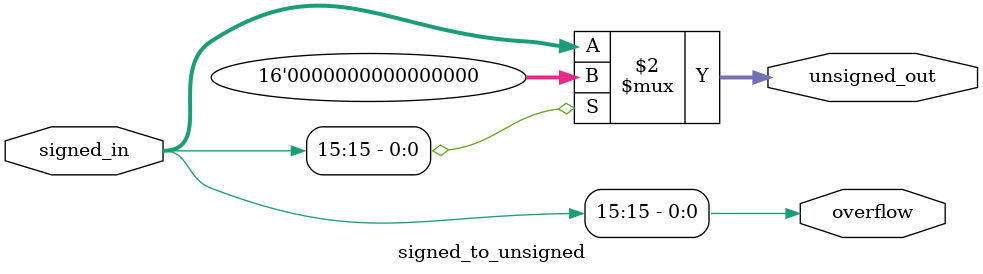
<source format=sv>
module signed_to_unsigned #(parameter WIDTH=16)(
    input wire [WIDTH-1:0] signed_in,
    output reg [WIDTH-1:0] unsigned_out,
    output reg overflow
);
    always @* begin
        overflow = signed_in[WIDTH-1];
        unsigned_out = signed_in[WIDTH-1] ? {WIDTH{1'b0}} : signed_in;
    end
endmodule
</source>
